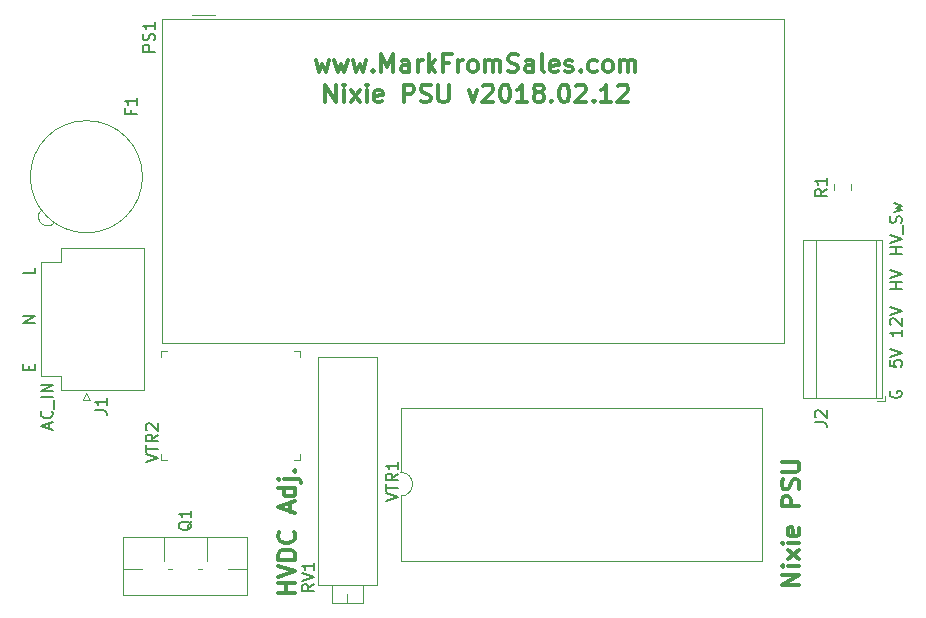
<source format=gbr>
G04 #@! TF.GenerationSoftware,KiCad,Pcbnew,(5.0.2)-1*
G04 #@! TF.CreationDate,2019-02-12T20:31:54-06:00*
G04 #@! TF.ProjectId,Nixie-PSU,4e697869-652d-4505-9355-2e6b69636164,rev?*
G04 #@! TF.SameCoordinates,Original*
G04 #@! TF.FileFunction,Legend,Top*
G04 #@! TF.FilePolarity,Positive*
%FSLAX46Y46*%
G04 Gerber Fmt 4.6, Leading zero omitted, Abs format (unit mm)*
G04 Created by KiCad (PCBNEW (5.0.2)-1) date 2/12/2019 8:31:54 PM*
%MOMM*%
%LPD*%
G01*
G04 APERTURE LIST*
%ADD10C,0.150000*%
%ADD11C,0.300000*%
%ADD12C,0.120000*%
%ADD13C,0.100000*%
G04 APERTURE END LIST*
D10*
X90352571Y-81748285D02*
X90352571Y-81414952D01*
X90876380Y-81272095D02*
X90876380Y-81748285D01*
X89876380Y-81748285D01*
X89876380Y-81272095D01*
X164282380Y-71945238D02*
X163282380Y-71945238D01*
X163758571Y-71945238D02*
X163758571Y-71373809D01*
X164282380Y-71373809D02*
X163282380Y-71373809D01*
X163282380Y-71040476D02*
X164282380Y-70707142D01*
X163282380Y-70373809D01*
X164377619Y-70278571D02*
X164377619Y-69516666D01*
X164234761Y-69326190D02*
X164282380Y-69183333D01*
X164282380Y-68945238D01*
X164234761Y-68850000D01*
X164187142Y-68802380D01*
X164091904Y-68754761D01*
X163996666Y-68754761D01*
X163901428Y-68802380D01*
X163853809Y-68850000D01*
X163806190Y-68945238D01*
X163758571Y-69135714D01*
X163710952Y-69230952D01*
X163663333Y-69278571D01*
X163568095Y-69326190D01*
X163472857Y-69326190D01*
X163377619Y-69278571D01*
X163330000Y-69230952D01*
X163282380Y-69135714D01*
X163282380Y-68897619D01*
X163330000Y-68754761D01*
X163615714Y-68421428D02*
X164282380Y-68230952D01*
X163806190Y-68040476D01*
X164282380Y-67850000D01*
X163615714Y-67659523D01*
X164282380Y-74882285D02*
X163282380Y-74882285D01*
X163758571Y-74882285D02*
X163758571Y-74310857D01*
X164282380Y-74310857D02*
X163282380Y-74310857D01*
X163282380Y-73977523D02*
X164282380Y-73644190D01*
X163282380Y-73310857D01*
X164282380Y-78343047D02*
X164282380Y-78914476D01*
X164282380Y-78628761D02*
X163282380Y-78628761D01*
X163425238Y-78724000D01*
X163520476Y-78819238D01*
X163568095Y-78914476D01*
X163377619Y-77962095D02*
X163330000Y-77914476D01*
X163282380Y-77819238D01*
X163282380Y-77581142D01*
X163330000Y-77485904D01*
X163377619Y-77438285D01*
X163472857Y-77390666D01*
X163568095Y-77390666D01*
X163710952Y-77438285D01*
X164282380Y-78009714D01*
X164282380Y-77390666D01*
X163282380Y-77104952D02*
X164282380Y-76771619D01*
X163282380Y-76438285D01*
X163282380Y-80962476D02*
X163282380Y-81438666D01*
X163758571Y-81486285D01*
X163710952Y-81438666D01*
X163663333Y-81343428D01*
X163663333Y-81105333D01*
X163710952Y-81010095D01*
X163758571Y-80962476D01*
X163853809Y-80914857D01*
X164091904Y-80914857D01*
X164187142Y-80962476D01*
X164234761Y-81010095D01*
X164282380Y-81105333D01*
X164282380Y-81343428D01*
X164234761Y-81438666D01*
X164187142Y-81486285D01*
X163282380Y-80629142D02*
X164282380Y-80295809D01*
X163282380Y-79962476D01*
X163330000Y-83558095D02*
X163282380Y-83653333D01*
X163282380Y-83796190D01*
X163330000Y-83939047D01*
X163425238Y-84034285D01*
X163520476Y-84081904D01*
X163710952Y-84129523D01*
X163853809Y-84129523D01*
X164044285Y-84081904D01*
X164139523Y-84034285D01*
X164234761Y-83939047D01*
X164282380Y-83796190D01*
X164282380Y-83700952D01*
X164234761Y-83558095D01*
X164187142Y-83510476D01*
X163853809Y-83510476D01*
X163853809Y-83700952D01*
D11*
X112946571Y-100682571D02*
X111446571Y-100682571D01*
X112160857Y-100682571D02*
X112160857Y-99825428D01*
X112946571Y-99825428D02*
X111446571Y-99825428D01*
X111446571Y-99325428D02*
X112946571Y-98825428D01*
X111446571Y-98325428D01*
X112946571Y-97825428D02*
X111446571Y-97825428D01*
X111446571Y-97468285D01*
X111518000Y-97254000D01*
X111660857Y-97111142D01*
X111803714Y-97039714D01*
X112089428Y-96968285D01*
X112303714Y-96968285D01*
X112589428Y-97039714D01*
X112732285Y-97111142D01*
X112875142Y-97254000D01*
X112946571Y-97468285D01*
X112946571Y-97825428D01*
X112803714Y-95468285D02*
X112875142Y-95539714D01*
X112946571Y-95754000D01*
X112946571Y-95896857D01*
X112875142Y-96111142D01*
X112732285Y-96254000D01*
X112589428Y-96325428D01*
X112303714Y-96396857D01*
X112089428Y-96396857D01*
X111803714Y-96325428D01*
X111660857Y-96254000D01*
X111518000Y-96111142D01*
X111446571Y-95896857D01*
X111446571Y-95754000D01*
X111518000Y-95539714D01*
X111589428Y-95468285D01*
X112518000Y-93754000D02*
X112518000Y-93039714D01*
X112946571Y-93896857D02*
X111446571Y-93396857D01*
X112946571Y-92896857D01*
X112946571Y-91754000D02*
X111446571Y-91754000D01*
X112875142Y-91754000D02*
X112946571Y-91896857D01*
X112946571Y-92182571D01*
X112875142Y-92325428D01*
X112803714Y-92396857D01*
X112660857Y-92468285D01*
X112232285Y-92468285D01*
X112089428Y-92396857D01*
X112018000Y-92325428D01*
X111946571Y-92182571D01*
X111946571Y-91896857D01*
X112018000Y-91754000D01*
X111946571Y-91039714D02*
X113232285Y-91039714D01*
X113375142Y-91111142D01*
X113446571Y-91254000D01*
X113446571Y-91325428D01*
X111446571Y-91039714D02*
X111518000Y-91111142D01*
X111589428Y-91039714D01*
X111518000Y-90968285D01*
X111446571Y-91039714D01*
X111589428Y-91039714D01*
X112803714Y-90325428D02*
X112875142Y-90254000D01*
X112946571Y-90325428D01*
X112875142Y-90396857D01*
X112803714Y-90325428D01*
X112946571Y-90325428D01*
X155618571Y-99956285D02*
X154118571Y-99956285D01*
X155618571Y-99099142D01*
X154118571Y-99099142D01*
X155618571Y-98384857D02*
X154618571Y-98384857D01*
X154118571Y-98384857D02*
X154190000Y-98456285D01*
X154261428Y-98384857D01*
X154190000Y-98313428D01*
X154118571Y-98384857D01*
X154261428Y-98384857D01*
X155618571Y-97813428D02*
X154618571Y-97027714D01*
X154618571Y-97813428D02*
X155618571Y-97027714D01*
X155618571Y-96456285D02*
X154618571Y-96456285D01*
X154118571Y-96456285D02*
X154190000Y-96527714D01*
X154261428Y-96456285D01*
X154190000Y-96384857D01*
X154118571Y-96456285D01*
X154261428Y-96456285D01*
X155547142Y-95170571D02*
X155618571Y-95313428D01*
X155618571Y-95599142D01*
X155547142Y-95742000D01*
X155404285Y-95813428D01*
X154832857Y-95813428D01*
X154690000Y-95742000D01*
X154618571Y-95599142D01*
X154618571Y-95313428D01*
X154690000Y-95170571D01*
X154832857Y-95099142D01*
X154975714Y-95099142D01*
X155118571Y-95813428D01*
X155618571Y-93313428D02*
X154118571Y-93313428D01*
X154118571Y-92742000D01*
X154190000Y-92599142D01*
X154261428Y-92527714D01*
X154404285Y-92456285D01*
X154618571Y-92456285D01*
X154761428Y-92527714D01*
X154832857Y-92599142D01*
X154904285Y-92742000D01*
X154904285Y-93313428D01*
X155547142Y-91884857D02*
X155618571Y-91670571D01*
X155618571Y-91313428D01*
X155547142Y-91170571D01*
X155475714Y-91099142D01*
X155332857Y-91027714D01*
X155190000Y-91027714D01*
X155047142Y-91099142D01*
X154975714Y-91170571D01*
X154904285Y-91313428D01*
X154832857Y-91599142D01*
X154761428Y-91742000D01*
X154690000Y-91813428D01*
X154547142Y-91884857D01*
X154404285Y-91884857D01*
X154261428Y-91813428D01*
X154190000Y-91742000D01*
X154118571Y-91599142D01*
X154118571Y-91242000D01*
X154190000Y-91027714D01*
X154118571Y-90384857D02*
X155332857Y-90384857D01*
X155475714Y-90313428D01*
X155547142Y-90242000D01*
X155618571Y-90099142D01*
X155618571Y-89813428D01*
X155547142Y-89670571D01*
X155475714Y-89599142D01*
X155332857Y-89527714D01*
X154118571Y-89527714D01*
D10*
X90876380Y-73096476D02*
X90876380Y-73572666D01*
X89876380Y-73572666D01*
X90876380Y-77755714D02*
X89876380Y-77755714D01*
X90876380Y-77184285D01*
X89876380Y-77184285D01*
X92114666Y-86716952D02*
X92114666Y-86240761D01*
X92400380Y-86812190D02*
X91400380Y-86478857D01*
X92400380Y-86145523D01*
X92305142Y-85240761D02*
X92352761Y-85288380D01*
X92400380Y-85431238D01*
X92400380Y-85526476D01*
X92352761Y-85669333D01*
X92257523Y-85764571D01*
X92162285Y-85812190D01*
X91971809Y-85859809D01*
X91828952Y-85859809D01*
X91638476Y-85812190D01*
X91543238Y-85764571D01*
X91448000Y-85669333D01*
X91400380Y-85526476D01*
X91400380Y-85431238D01*
X91448000Y-85288380D01*
X91495619Y-85240761D01*
X92495619Y-85050285D02*
X92495619Y-84288380D01*
X92400380Y-84050285D02*
X91400380Y-84050285D01*
X92400380Y-83574095D02*
X91400380Y-83574095D01*
X92400380Y-83002666D01*
X91400380Y-83002666D01*
D11*
X114662857Y-55553571D02*
X114948571Y-56553571D01*
X115234285Y-55839285D01*
X115520000Y-56553571D01*
X115805714Y-55553571D01*
X116234285Y-55553571D02*
X116520000Y-56553571D01*
X116805714Y-55839285D01*
X117091428Y-56553571D01*
X117377142Y-55553571D01*
X117805714Y-55553571D02*
X118091428Y-56553571D01*
X118377142Y-55839285D01*
X118662857Y-56553571D01*
X118948571Y-55553571D01*
X119520000Y-56410714D02*
X119591428Y-56482142D01*
X119520000Y-56553571D01*
X119448571Y-56482142D01*
X119520000Y-56410714D01*
X119520000Y-56553571D01*
X120234285Y-56553571D02*
X120234285Y-55053571D01*
X120734285Y-56125000D01*
X121234285Y-55053571D01*
X121234285Y-56553571D01*
X122591428Y-56553571D02*
X122591428Y-55767857D01*
X122520000Y-55625000D01*
X122377142Y-55553571D01*
X122091428Y-55553571D01*
X121948571Y-55625000D01*
X122591428Y-56482142D02*
X122448571Y-56553571D01*
X122091428Y-56553571D01*
X121948571Y-56482142D01*
X121877142Y-56339285D01*
X121877142Y-56196428D01*
X121948571Y-56053571D01*
X122091428Y-55982142D01*
X122448571Y-55982142D01*
X122591428Y-55910714D01*
X123305714Y-56553571D02*
X123305714Y-55553571D01*
X123305714Y-55839285D02*
X123377142Y-55696428D01*
X123448571Y-55625000D01*
X123591428Y-55553571D01*
X123734285Y-55553571D01*
X124234285Y-56553571D02*
X124234285Y-55053571D01*
X124377142Y-55982142D02*
X124805714Y-56553571D01*
X124805714Y-55553571D02*
X124234285Y-56125000D01*
X125948571Y-55767857D02*
X125448571Y-55767857D01*
X125448571Y-56553571D02*
X125448571Y-55053571D01*
X126162857Y-55053571D01*
X126734285Y-56553571D02*
X126734285Y-55553571D01*
X126734285Y-55839285D02*
X126805714Y-55696428D01*
X126877142Y-55625000D01*
X127020000Y-55553571D01*
X127162857Y-55553571D01*
X127877142Y-56553571D02*
X127734285Y-56482142D01*
X127662857Y-56410714D01*
X127591428Y-56267857D01*
X127591428Y-55839285D01*
X127662857Y-55696428D01*
X127734285Y-55625000D01*
X127877142Y-55553571D01*
X128091428Y-55553571D01*
X128234285Y-55625000D01*
X128305714Y-55696428D01*
X128377142Y-55839285D01*
X128377142Y-56267857D01*
X128305714Y-56410714D01*
X128234285Y-56482142D01*
X128091428Y-56553571D01*
X127877142Y-56553571D01*
X129020000Y-56553571D02*
X129020000Y-55553571D01*
X129020000Y-55696428D02*
X129091428Y-55625000D01*
X129234285Y-55553571D01*
X129448571Y-55553571D01*
X129591428Y-55625000D01*
X129662857Y-55767857D01*
X129662857Y-56553571D01*
X129662857Y-55767857D02*
X129734285Y-55625000D01*
X129877142Y-55553571D01*
X130091428Y-55553571D01*
X130234285Y-55625000D01*
X130305714Y-55767857D01*
X130305714Y-56553571D01*
X130948571Y-56482142D02*
X131162857Y-56553571D01*
X131520000Y-56553571D01*
X131662857Y-56482142D01*
X131734285Y-56410714D01*
X131805714Y-56267857D01*
X131805714Y-56125000D01*
X131734285Y-55982142D01*
X131662857Y-55910714D01*
X131520000Y-55839285D01*
X131234285Y-55767857D01*
X131091428Y-55696428D01*
X131020000Y-55625000D01*
X130948571Y-55482142D01*
X130948571Y-55339285D01*
X131020000Y-55196428D01*
X131091428Y-55125000D01*
X131234285Y-55053571D01*
X131591428Y-55053571D01*
X131805714Y-55125000D01*
X133091428Y-56553571D02*
X133091428Y-55767857D01*
X133020000Y-55625000D01*
X132877142Y-55553571D01*
X132591428Y-55553571D01*
X132448571Y-55625000D01*
X133091428Y-56482142D02*
X132948571Y-56553571D01*
X132591428Y-56553571D01*
X132448571Y-56482142D01*
X132377142Y-56339285D01*
X132377142Y-56196428D01*
X132448571Y-56053571D01*
X132591428Y-55982142D01*
X132948571Y-55982142D01*
X133091428Y-55910714D01*
X134020000Y-56553571D02*
X133877142Y-56482142D01*
X133805714Y-56339285D01*
X133805714Y-55053571D01*
X135162857Y-56482142D02*
X135020000Y-56553571D01*
X134734285Y-56553571D01*
X134591428Y-56482142D01*
X134520000Y-56339285D01*
X134520000Y-55767857D01*
X134591428Y-55625000D01*
X134734285Y-55553571D01*
X135020000Y-55553571D01*
X135162857Y-55625000D01*
X135234285Y-55767857D01*
X135234285Y-55910714D01*
X134520000Y-56053571D01*
X135805714Y-56482142D02*
X135948571Y-56553571D01*
X136234285Y-56553571D01*
X136377142Y-56482142D01*
X136448571Y-56339285D01*
X136448571Y-56267857D01*
X136377142Y-56125000D01*
X136234285Y-56053571D01*
X136020000Y-56053571D01*
X135877142Y-55982142D01*
X135805714Y-55839285D01*
X135805714Y-55767857D01*
X135877142Y-55625000D01*
X136020000Y-55553571D01*
X136234285Y-55553571D01*
X136377142Y-55625000D01*
X137091428Y-56410714D02*
X137162857Y-56482142D01*
X137091428Y-56553571D01*
X137020000Y-56482142D01*
X137091428Y-56410714D01*
X137091428Y-56553571D01*
X138448571Y-56482142D02*
X138305714Y-56553571D01*
X138020000Y-56553571D01*
X137877142Y-56482142D01*
X137805714Y-56410714D01*
X137734285Y-56267857D01*
X137734285Y-55839285D01*
X137805714Y-55696428D01*
X137877142Y-55625000D01*
X138020000Y-55553571D01*
X138305714Y-55553571D01*
X138448571Y-55625000D01*
X139305714Y-56553571D02*
X139162857Y-56482142D01*
X139091428Y-56410714D01*
X139020000Y-56267857D01*
X139020000Y-55839285D01*
X139091428Y-55696428D01*
X139162857Y-55625000D01*
X139305714Y-55553571D01*
X139520000Y-55553571D01*
X139662857Y-55625000D01*
X139734285Y-55696428D01*
X139805714Y-55839285D01*
X139805714Y-56267857D01*
X139734285Y-56410714D01*
X139662857Y-56482142D01*
X139520000Y-56553571D01*
X139305714Y-56553571D01*
X140448571Y-56553571D02*
X140448571Y-55553571D01*
X140448571Y-55696428D02*
X140520000Y-55625000D01*
X140662857Y-55553571D01*
X140877142Y-55553571D01*
X141020000Y-55625000D01*
X141091428Y-55767857D01*
X141091428Y-56553571D01*
X141091428Y-55767857D02*
X141162857Y-55625000D01*
X141305714Y-55553571D01*
X141520000Y-55553571D01*
X141662857Y-55625000D01*
X141734285Y-55767857D01*
X141734285Y-56553571D01*
X115484285Y-59103571D02*
X115484285Y-57603571D01*
X116341428Y-59103571D01*
X116341428Y-57603571D01*
X117055714Y-59103571D02*
X117055714Y-58103571D01*
X117055714Y-57603571D02*
X116984285Y-57675000D01*
X117055714Y-57746428D01*
X117127142Y-57675000D01*
X117055714Y-57603571D01*
X117055714Y-57746428D01*
X117627142Y-59103571D02*
X118412857Y-58103571D01*
X117627142Y-58103571D02*
X118412857Y-59103571D01*
X118984285Y-59103571D02*
X118984285Y-58103571D01*
X118984285Y-57603571D02*
X118912857Y-57675000D01*
X118984285Y-57746428D01*
X119055714Y-57675000D01*
X118984285Y-57603571D01*
X118984285Y-57746428D01*
X120270000Y-59032142D02*
X120127142Y-59103571D01*
X119841428Y-59103571D01*
X119698571Y-59032142D01*
X119627142Y-58889285D01*
X119627142Y-58317857D01*
X119698571Y-58175000D01*
X119841428Y-58103571D01*
X120127142Y-58103571D01*
X120270000Y-58175000D01*
X120341428Y-58317857D01*
X120341428Y-58460714D01*
X119627142Y-58603571D01*
X122127142Y-59103571D02*
X122127142Y-57603571D01*
X122698571Y-57603571D01*
X122841428Y-57675000D01*
X122912857Y-57746428D01*
X122984285Y-57889285D01*
X122984285Y-58103571D01*
X122912857Y-58246428D01*
X122841428Y-58317857D01*
X122698571Y-58389285D01*
X122127142Y-58389285D01*
X123555714Y-59032142D02*
X123770000Y-59103571D01*
X124127142Y-59103571D01*
X124270000Y-59032142D01*
X124341428Y-58960714D01*
X124412857Y-58817857D01*
X124412857Y-58675000D01*
X124341428Y-58532142D01*
X124270000Y-58460714D01*
X124127142Y-58389285D01*
X123841428Y-58317857D01*
X123698571Y-58246428D01*
X123627142Y-58175000D01*
X123555714Y-58032142D01*
X123555714Y-57889285D01*
X123627142Y-57746428D01*
X123698571Y-57675000D01*
X123841428Y-57603571D01*
X124198571Y-57603571D01*
X124412857Y-57675000D01*
X125055714Y-57603571D02*
X125055714Y-58817857D01*
X125127142Y-58960714D01*
X125198571Y-59032142D01*
X125341428Y-59103571D01*
X125627142Y-59103571D01*
X125770000Y-59032142D01*
X125841428Y-58960714D01*
X125912857Y-58817857D01*
X125912857Y-57603571D01*
X127627142Y-58103571D02*
X127984285Y-59103571D01*
X128341428Y-58103571D01*
X128841428Y-57746428D02*
X128912857Y-57675000D01*
X129055714Y-57603571D01*
X129412857Y-57603571D01*
X129555714Y-57675000D01*
X129627142Y-57746428D01*
X129698571Y-57889285D01*
X129698571Y-58032142D01*
X129627142Y-58246428D01*
X128769999Y-59103571D01*
X129698571Y-59103571D01*
X130627142Y-57603571D02*
X130769999Y-57603571D01*
X130912857Y-57675000D01*
X130984285Y-57746428D01*
X131055714Y-57889285D01*
X131127142Y-58175000D01*
X131127142Y-58532142D01*
X131055714Y-58817857D01*
X130984285Y-58960714D01*
X130912857Y-59032142D01*
X130769999Y-59103571D01*
X130627142Y-59103571D01*
X130484285Y-59032142D01*
X130412857Y-58960714D01*
X130341428Y-58817857D01*
X130269999Y-58532142D01*
X130269999Y-58175000D01*
X130341428Y-57889285D01*
X130412857Y-57746428D01*
X130484285Y-57675000D01*
X130627142Y-57603571D01*
X132555714Y-59103571D02*
X131698571Y-59103571D01*
X132127142Y-59103571D02*
X132127142Y-57603571D01*
X131984285Y-57817857D01*
X131841428Y-57960714D01*
X131698571Y-58032142D01*
X133412857Y-58246428D02*
X133270000Y-58175000D01*
X133198571Y-58103571D01*
X133127142Y-57960714D01*
X133127142Y-57889285D01*
X133198571Y-57746428D01*
X133270000Y-57675000D01*
X133412857Y-57603571D01*
X133698571Y-57603571D01*
X133841428Y-57675000D01*
X133912857Y-57746428D01*
X133984285Y-57889285D01*
X133984285Y-57960714D01*
X133912857Y-58103571D01*
X133841428Y-58175000D01*
X133698571Y-58246428D01*
X133412857Y-58246428D01*
X133270000Y-58317857D01*
X133198571Y-58389285D01*
X133127142Y-58532142D01*
X133127142Y-58817857D01*
X133198571Y-58960714D01*
X133270000Y-59032142D01*
X133412857Y-59103571D01*
X133698571Y-59103571D01*
X133841428Y-59032142D01*
X133912857Y-58960714D01*
X133984285Y-58817857D01*
X133984285Y-58532142D01*
X133912857Y-58389285D01*
X133841428Y-58317857D01*
X133698571Y-58246428D01*
X134627142Y-58960714D02*
X134698571Y-59032142D01*
X134627142Y-59103571D01*
X134555714Y-59032142D01*
X134627142Y-58960714D01*
X134627142Y-59103571D01*
X135627142Y-57603571D02*
X135770000Y-57603571D01*
X135912857Y-57675000D01*
X135984285Y-57746428D01*
X136055714Y-57889285D01*
X136127142Y-58175000D01*
X136127142Y-58532142D01*
X136055714Y-58817857D01*
X135984285Y-58960714D01*
X135912857Y-59032142D01*
X135770000Y-59103571D01*
X135627142Y-59103571D01*
X135484285Y-59032142D01*
X135412857Y-58960714D01*
X135341428Y-58817857D01*
X135270000Y-58532142D01*
X135270000Y-58175000D01*
X135341428Y-57889285D01*
X135412857Y-57746428D01*
X135484285Y-57675000D01*
X135627142Y-57603571D01*
X136698571Y-57746428D02*
X136770000Y-57675000D01*
X136912857Y-57603571D01*
X137270000Y-57603571D01*
X137412857Y-57675000D01*
X137484285Y-57746428D01*
X137555714Y-57889285D01*
X137555714Y-58032142D01*
X137484285Y-58246428D01*
X136627142Y-59103571D01*
X137555714Y-59103571D01*
X138198571Y-58960714D02*
X138270000Y-59032142D01*
X138198571Y-59103571D01*
X138127142Y-59032142D01*
X138198571Y-58960714D01*
X138198571Y-59103571D01*
X139698571Y-59103571D02*
X138841428Y-59103571D01*
X139270000Y-59103571D02*
X139270000Y-57603571D01*
X139127142Y-57817857D01*
X138984285Y-57960714D01*
X138841428Y-58032142D01*
X140270000Y-57746428D02*
X140341428Y-57675000D01*
X140484285Y-57603571D01*
X140841428Y-57603571D01*
X140984285Y-57675000D01*
X141055714Y-57746428D01*
X141127142Y-57889285D01*
X141127142Y-58032142D01*
X141055714Y-58246428D01*
X140198571Y-59103571D01*
X141127142Y-59103571D01*
D12*
G04 #@! TO.C,R1*
X159968000Y-66023748D02*
X159968000Y-66546252D01*
X158548000Y-66023748D02*
X158548000Y-66546252D01*
G04 #@! TO.C,PS1*
X106156000Y-51722000D02*
X104156000Y-51722000D01*
X154276000Y-52052000D02*
X154276000Y-79492000D01*
X101636000Y-52052000D02*
X154276000Y-52052000D01*
X101636000Y-79492000D02*
X154276000Y-79492000D01*
X101636000Y-52052000D02*
X101636000Y-79492000D01*
G04 #@! TO.C,RV1*
X114828000Y-99940000D02*
X114828000Y-80700000D01*
X119868000Y-99940000D02*
X119868000Y-80700000D01*
X114828000Y-99940000D02*
X119868000Y-99940000D01*
X114828000Y-80700000D02*
X119868000Y-80700000D01*
X116048000Y-101460000D02*
X116048000Y-99941000D01*
X118648000Y-101460000D02*
X118648000Y-99941000D01*
X116048000Y-101460000D02*
X118648000Y-101460000D01*
X116048000Y-99941000D02*
X118648000Y-99941000D01*
X117348000Y-101460000D02*
X117348000Y-100701000D01*
G04 #@! TO.C,VTR1*
X121860000Y-90440000D02*
G75*
G02X121860000Y-92440000I0J-1000000D01*
G01*
X121860000Y-92440000D02*
X121860000Y-97900000D01*
X121860000Y-97900000D02*
X152460000Y-97900000D01*
X152460000Y-97900000D02*
X152460000Y-84980000D01*
X152460000Y-84980000D02*
X121860000Y-84980000D01*
X121860000Y-84980000D02*
X121860000Y-90440000D01*
D13*
G04 #@! TO.C,VTR2*
X113332000Y-80172000D02*
X113332000Y-80672000D01*
X113332000Y-80172000D02*
X112832000Y-80172000D01*
X101582000Y-80172000D02*
X102082000Y-80172000D01*
X101582000Y-80172000D02*
X101582000Y-80672000D01*
X113332000Y-89372000D02*
X113332000Y-88872000D01*
X113332000Y-89372000D02*
X112832000Y-89372000D01*
X101582000Y-89422000D02*
X102082000Y-89422000D01*
X101582000Y-89422000D02*
X101582000Y-88922000D01*
D12*
G04 #@! TO.C,F1*
X92470000Y-69255000D02*
X92330000Y-69375000D01*
X92330000Y-69375000D02*
X92170000Y-69465000D01*
X92170000Y-69465000D02*
X91920000Y-69515000D01*
X91920000Y-69515000D02*
X91660000Y-69485000D01*
X91660000Y-69485000D02*
X91400000Y-69335000D01*
X91400000Y-69335000D02*
X91230000Y-69115000D01*
X91230000Y-69115000D02*
X91150000Y-68825000D01*
X91150000Y-68825000D02*
X91190000Y-68535000D01*
X91190000Y-68535000D02*
X91270000Y-68355000D01*
X91270000Y-68355000D02*
X91420000Y-68225000D01*
X100000000Y-65405000D02*
G75*
G03X100000000Y-65405000I-4750000J0D01*
G01*
G04 #@! TO.C,J1*
X100160000Y-83490000D02*
X93140000Y-83490000D01*
X93140000Y-83490000D02*
X93140000Y-82290000D01*
X93140000Y-82290000D02*
X91440000Y-82290000D01*
X91440000Y-82290000D02*
X91440000Y-72650000D01*
X91440000Y-72650000D02*
X93140000Y-72650000D01*
X93140000Y-72650000D02*
X93140000Y-71450000D01*
X93140000Y-71450000D02*
X100160000Y-71450000D01*
X100160000Y-71450000D02*
X100160000Y-83490000D01*
X95250000Y-83690000D02*
X95550000Y-84290000D01*
X95550000Y-84290000D02*
X94950000Y-84290000D01*
X94950000Y-84290000D02*
X95250000Y-83690000D01*
G04 #@! TO.C,Q1*
X98382000Y-95892000D02*
X108882000Y-95892000D01*
X98382000Y-100833000D02*
X108882000Y-100833000D01*
X98382000Y-95892000D02*
X98382000Y-100833000D01*
X108882000Y-95892000D02*
X108882000Y-100833000D01*
X98382000Y-98652000D02*
X99989000Y-98652000D01*
X102195000Y-98652000D02*
X102530000Y-98652000D01*
X104735000Y-98652000D02*
X105070000Y-98652000D01*
X107275000Y-98652000D02*
X108882000Y-98652000D01*
X101782000Y-95892000D02*
X101782000Y-97910000D01*
X105483000Y-95892000D02*
X105483000Y-97910000D01*
G04 #@! TO.C,J2*
X162108000Y-84170000D02*
X162108000Y-70770000D01*
X157008000Y-84170000D02*
X157008000Y-70770000D01*
X155888000Y-84170000D02*
X155888000Y-70770000D01*
X162628000Y-84170000D02*
X162628000Y-70770000D01*
X155888000Y-84170000D02*
X162628000Y-84170000D01*
X155888000Y-70770000D02*
X162628000Y-70770000D01*
X162228000Y-84410000D02*
X162868000Y-84410000D01*
X162868000Y-84410000D02*
X162868000Y-84010000D01*
G04 #@! TO.C,R1*
D10*
X157932380Y-66460666D02*
X157456190Y-66794000D01*
X157932380Y-67032095D02*
X156932380Y-67032095D01*
X156932380Y-66651142D01*
X156980000Y-66555904D01*
X157027619Y-66508285D01*
X157122857Y-66460666D01*
X157265714Y-66460666D01*
X157360952Y-66508285D01*
X157408571Y-66555904D01*
X157456190Y-66651142D01*
X157456190Y-67032095D01*
X157932380Y-65508285D02*
X157932380Y-66079714D01*
X157932380Y-65794000D02*
X156932380Y-65794000D01*
X157075238Y-65889238D01*
X157170476Y-65984476D01*
X157218095Y-66079714D01*
G04 #@! TO.C,PS1*
X101036380Y-54808285D02*
X100036380Y-54808285D01*
X100036380Y-54427333D01*
X100084000Y-54332095D01*
X100131619Y-54284476D01*
X100226857Y-54236857D01*
X100369714Y-54236857D01*
X100464952Y-54284476D01*
X100512571Y-54332095D01*
X100560190Y-54427333D01*
X100560190Y-54808285D01*
X100988761Y-53855904D02*
X101036380Y-53713047D01*
X101036380Y-53474952D01*
X100988761Y-53379714D01*
X100941142Y-53332095D01*
X100845904Y-53284476D01*
X100750666Y-53284476D01*
X100655428Y-53332095D01*
X100607809Y-53379714D01*
X100560190Y-53474952D01*
X100512571Y-53665428D01*
X100464952Y-53760666D01*
X100417333Y-53808285D01*
X100322095Y-53855904D01*
X100226857Y-53855904D01*
X100131619Y-53808285D01*
X100084000Y-53760666D01*
X100036380Y-53665428D01*
X100036380Y-53427333D01*
X100084000Y-53284476D01*
X101036380Y-52332095D02*
X101036380Y-52903523D01*
X101036380Y-52617809D02*
X100036380Y-52617809D01*
X100179238Y-52713047D01*
X100274476Y-52808285D01*
X100322095Y-52903523D01*
G04 #@! TO.C,RV1*
X114498380Y-99909238D02*
X114022190Y-100242571D01*
X114498380Y-100480666D02*
X113498380Y-100480666D01*
X113498380Y-100099714D01*
X113546000Y-100004476D01*
X113593619Y-99956857D01*
X113688857Y-99909238D01*
X113831714Y-99909238D01*
X113926952Y-99956857D01*
X113974571Y-100004476D01*
X114022190Y-100099714D01*
X114022190Y-100480666D01*
X113498380Y-99623523D02*
X114498380Y-99290190D01*
X113498380Y-98956857D01*
X114498380Y-98099714D02*
X114498380Y-98671142D01*
X114498380Y-98385428D02*
X113498380Y-98385428D01*
X113641238Y-98480666D01*
X113736476Y-98575904D01*
X113784095Y-98671142D01*
G04 #@! TO.C,VTR1*
X120610380Y-92876476D02*
X121610380Y-92543142D01*
X120610380Y-92209809D01*
X120610380Y-92019333D02*
X120610380Y-91447904D01*
X121610380Y-91733619D02*
X120610380Y-91733619D01*
X121610380Y-90543142D02*
X121134190Y-90876476D01*
X121610380Y-91114571D02*
X120610380Y-91114571D01*
X120610380Y-90733619D01*
X120658000Y-90638380D01*
X120705619Y-90590761D01*
X120800857Y-90543142D01*
X120943714Y-90543142D01*
X121038952Y-90590761D01*
X121086571Y-90638380D01*
X121134190Y-90733619D01*
X121134190Y-91114571D01*
X121610380Y-89590761D02*
X121610380Y-90162190D01*
X121610380Y-89876476D02*
X120610380Y-89876476D01*
X120753238Y-89971714D01*
X120848476Y-90066952D01*
X120896095Y-90162190D01*
G04 #@! TO.C,VTR2*
X100290380Y-89574476D02*
X101290380Y-89241142D01*
X100290380Y-88907809D01*
X100290380Y-88717333D02*
X100290380Y-88145904D01*
X101290380Y-88431619D02*
X100290380Y-88431619D01*
X101290380Y-87241142D02*
X100814190Y-87574476D01*
X101290380Y-87812571D02*
X100290380Y-87812571D01*
X100290380Y-87431619D01*
X100338000Y-87336380D01*
X100385619Y-87288761D01*
X100480857Y-87241142D01*
X100623714Y-87241142D01*
X100718952Y-87288761D01*
X100766571Y-87336380D01*
X100814190Y-87431619D01*
X100814190Y-87812571D01*
X100385619Y-86860190D02*
X100338000Y-86812571D01*
X100290380Y-86717333D01*
X100290380Y-86479238D01*
X100338000Y-86384000D01*
X100385619Y-86336380D01*
X100480857Y-86288761D01*
X100576095Y-86288761D01*
X100718952Y-86336380D01*
X101290380Y-86907809D01*
X101290380Y-86288761D01*
G04 #@! TO.C,F1*
X98988571Y-59769333D02*
X98988571Y-60102666D01*
X99512380Y-60102666D02*
X98512380Y-60102666D01*
X98512380Y-59626476D01*
X99512380Y-58721714D02*
X99512380Y-59293142D01*
X99512380Y-59007428D02*
X98512380Y-59007428D01*
X98655238Y-59102666D01*
X98750476Y-59197904D01*
X98798095Y-59293142D01*
G04 #@! TO.C,J1*
X95972380Y-85169333D02*
X96686666Y-85169333D01*
X96829523Y-85216952D01*
X96924761Y-85312190D01*
X96972380Y-85455047D01*
X96972380Y-85550285D01*
X96972380Y-84169333D02*
X96972380Y-84740761D01*
X96972380Y-84455047D02*
X95972380Y-84455047D01*
X96115238Y-84550285D01*
X96210476Y-84645523D01*
X96258095Y-84740761D01*
G04 #@! TO.C,Q1*
X104179619Y-94583238D02*
X104132000Y-94678476D01*
X104036761Y-94773714D01*
X103893904Y-94916571D01*
X103846285Y-95011809D01*
X103846285Y-95107047D01*
X104084380Y-95059428D02*
X104036761Y-95154666D01*
X103941523Y-95249904D01*
X103751047Y-95297523D01*
X103417714Y-95297523D01*
X103227238Y-95249904D01*
X103132000Y-95154666D01*
X103084380Y-95059428D01*
X103084380Y-94868952D01*
X103132000Y-94773714D01*
X103227238Y-94678476D01*
X103417714Y-94630857D01*
X103751047Y-94630857D01*
X103941523Y-94678476D01*
X104036761Y-94773714D01*
X104084380Y-94868952D01*
X104084380Y-95059428D01*
X104084380Y-93678476D02*
X104084380Y-94249904D01*
X104084380Y-93964190D02*
X103084380Y-93964190D01*
X103227238Y-94059428D01*
X103322476Y-94154666D01*
X103370095Y-94249904D01*
G04 #@! TO.C,J2*
X156932380Y-86185333D02*
X157646666Y-86185333D01*
X157789523Y-86232952D01*
X157884761Y-86328190D01*
X157932380Y-86471047D01*
X157932380Y-86566285D01*
X157027619Y-85756761D02*
X156980000Y-85709142D01*
X156932380Y-85613904D01*
X156932380Y-85375809D01*
X156980000Y-85280571D01*
X157027619Y-85232952D01*
X157122857Y-85185333D01*
X157218095Y-85185333D01*
X157360952Y-85232952D01*
X157932380Y-85804380D01*
X157932380Y-85185333D01*
G04 #@! TD*
M02*

</source>
